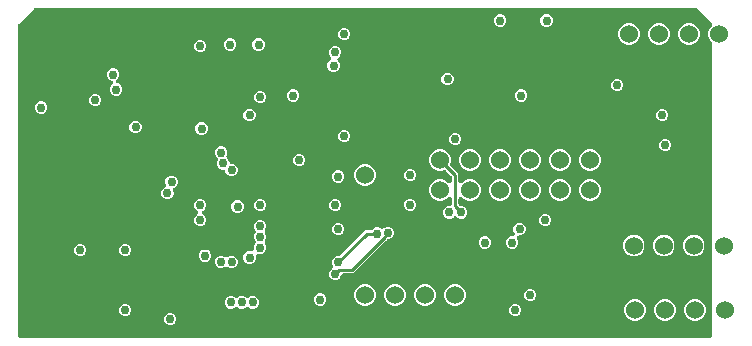
<source format=gbr>
G04 EAGLE Gerber RS-274X export*
G75*
%MOMM*%
%FSLAX34Y34*%
%LPD*%
%INCopper Layer 15*%
%IPPOS*%
%AMOC8*
5,1,8,0,0,1.08239X$1,22.5*%
G01*
%ADD10C,1.524000*%
%ADD11C,0.756400*%
%ADD12C,0.254000*%

G36*
X596966Y2008D02*
X596966Y2008D01*
X597033Y2005D01*
X597160Y2027D01*
X597288Y2041D01*
X597351Y2061D01*
X597417Y2072D01*
X597536Y2120D01*
X597659Y2159D01*
X597717Y2191D01*
X597779Y2216D01*
X597886Y2287D01*
X597999Y2350D01*
X598049Y2394D01*
X598105Y2430D01*
X598196Y2521D01*
X598293Y2606D01*
X598333Y2659D01*
X598380Y2706D01*
X598450Y2814D01*
X598528Y2917D01*
X598556Y2977D01*
X598593Y3033D01*
X598640Y3153D01*
X598695Y3269D01*
X598711Y3334D01*
X598735Y3396D01*
X598747Y3482D01*
X598787Y3648D01*
X598792Y3818D01*
X598804Y3905D01*
X598804Y251074D01*
X598794Y251173D01*
X598794Y251273D01*
X598774Y251367D01*
X598764Y251462D01*
X598734Y251557D01*
X598714Y251654D01*
X598675Y251742D01*
X598646Y251834D01*
X598598Y251920D01*
X598558Y252012D01*
X598513Y252070D01*
X598455Y252173D01*
X598297Y252354D01*
X598247Y252421D01*
X596767Y253900D01*
X595375Y257261D01*
X595375Y260899D01*
X596767Y264260D01*
X598054Y265546D01*
X598096Y265598D01*
X598144Y265643D01*
X598218Y265749D01*
X598300Y265849D01*
X598330Y265908D01*
X598368Y265962D01*
X598420Y266080D01*
X598479Y266195D01*
X598497Y266259D01*
X598523Y266320D01*
X598549Y266446D01*
X598584Y266570D01*
X598588Y266637D01*
X598602Y266702D01*
X598602Y266831D01*
X598610Y266959D01*
X598601Y267025D01*
X598601Y267091D01*
X598575Y267218D01*
X598557Y267345D01*
X598535Y267408D01*
X598521Y267473D01*
X598469Y267591D01*
X598426Y267712D01*
X598391Y267769D01*
X598365Y267830D01*
X598312Y267900D01*
X598223Y268045D01*
X598107Y268170D01*
X598054Y268239D01*
X585547Y280747D01*
X585469Y280809D01*
X585399Y280880D01*
X585318Y280932D01*
X585244Y280992D01*
X585156Y281038D01*
X585072Y281093D01*
X584983Y281128D01*
X584898Y281172D01*
X584802Y281199D01*
X584709Y281235D01*
X584637Y281245D01*
X584523Y281277D01*
X584283Y281293D01*
X584200Y281304D01*
X25400Y281304D01*
X25301Y281294D01*
X25201Y281294D01*
X25107Y281274D01*
X25012Y281264D01*
X24917Y281234D01*
X24820Y281214D01*
X24732Y281175D01*
X24641Y281146D01*
X24554Y281097D01*
X24463Y281058D01*
X24405Y281013D01*
X24301Y280955D01*
X24120Y280797D01*
X24054Y280747D01*
X11354Y268047D01*
X11309Y267991D01*
X11307Y267990D01*
X11303Y267984D01*
X11291Y267969D01*
X11220Y267899D01*
X11168Y267818D01*
X11108Y267744D01*
X11078Y267688D01*
X11072Y267680D01*
X11058Y267651D01*
X11007Y267572D01*
X10972Y267483D01*
X10928Y267398D01*
X10914Y267345D01*
X10905Y267327D01*
X10895Y267285D01*
X10865Y267209D01*
X10855Y267137D01*
X10823Y267023D01*
X10820Y266978D01*
X10813Y266949D01*
X10808Y266803D01*
X10807Y266783D01*
X10796Y266700D01*
X10796Y3905D01*
X10803Y3839D01*
X10800Y3772D01*
X10822Y3645D01*
X10836Y3517D01*
X10856Y3454D01*
X10867Y3388D01*
X10915Y3269D01*
X10954Y3146D01*
X10986Y3088D01*
X11011Y3026D01*
X11082Y2919D01*
X11145Y2806D01*
X11189Y2756D01*
X11225Y2700D01*
X11316Y2609D01*
X11401Y2512D01*
X11454Y2472D01*
X11501Y2425D01*
X11609Y2355D01*
X11712Y2277D01*
X11772Y2249D01*
X11828Y2212D01*
X11948Y2165D01*
X12064Y2110D01*
X12129Y2094D01*
X12191Y2070D01*
X12277Y2058D01*
X12443Y2018D01*
X12613Y2013D01*
X12700Y2001D01*
X596900Y2001D01*
X596966Y2008D01*
G37*
%LPC*%
G36*
X374864Y102869D02*
X374864Y102869D01*
X372914Y103677D01*
X371421Y105170D01*
X370613Y107120D01*
X370613Y109232D01*
X371421Y111182D01*
X372914Y112675D01*
X374864Y113483D01*
X376301Y113483D01*
X376367Y113490D01*
X376434Y113487D01*
X376561Y113509D01*
X376689Y113523D01*
X376752Y113543D01*
X376818Y113554D01*
X376937Y113602D01*
X377060Y113641D01*
X377118Y113673D01*
X377180Y113698D01*
X377287Y113769D01*
X377400Y113832D01*
X377450Y113876D01*
X377506Y113912D01*
X377597Y114003D01*
X377694Y114088D01*
X377734Y114141D01*
X377781Y114188D01*
X377851Y114296D01*
X377929Y114399D01*
X377957Y114459D01*
X377994Y114515D01*
X378041Y114635D01*
X378096Y114751D01*
X378112Y114816D01*
X378136Y114878D01*
X378148Y114964D01*
X378188Y115130D01*
X378193Y115300D01*
X378205Y115387D01*
X378205Y119375D01*
X378202Y119409D01*
X378204Y119442D01*
X378182Y119602D01*
X378165Y119763D01*
X378155Y119795D01*
X378151Y119828D01*
X378096Y119980D01*
X378047Y120135D01*
X378031Y120164D01*
X378020Y120195D01*
X377935Y120333D01*
X377856Y120474D01*
X377834Y120499D01*
X377817Y120528D01*
X377706Y120646D01*
X377600Y120768D01*
X377573Y120788D01*
X377551Y120812D01*
X377418Y120905D01*
X377289Y121003D01*
X377259Y121018D01*
X377232Y121037D01*
X377083Y121101D01*
X376937Y121170D01*
X376905Y121178D01*
X376874Y121191D01*
X376715Y121224D01*
X376558Y121262D01*
X376525Y121263D01*
X376492Y121270D01*
X376330Y121270D01*
X376168Y121275D01*
X376136Y121269D01*
X376102Y121269D01*
X375944Y121236D01*
X375784Y121208D01*
X375754Y121196D01*
X375721Y121189D01*
X375572Y121124D01*
X375422Y121065D01*
X375394Y121046D01*
X375364Y121033D01*
X375297Y120982D01*
X375097Y120850D01*
X375013Y120766D01*
X374954Y120722D01*
X373480Y119247D01*
X370119Y117855D01*
X366481Y117855D01*
X363120Y119247D01*
X360547Y121820D01*
X359155Y125181D01*
X359155Y128819D01*
X360547Y132180D01*
X363120Y134753D01*
X366481Y136145D01*
X370119Y136145D01*
X373480Y134753D01*
X374954Y133278D01*
X374980Y133257D01*
X375002Y133232D01*
X375131Y133134D01*
X375257Y133032D01*
X375286Y133017D01*
X375313Y132997D01*
X375459Y132927D01*
X375603Y132853D01*
X375635Y132844D01*
X375665Y132830D01*
X375822Y132792D01*
X375978Y132748D01*
X376012Y132746D01*
X376044Y132738D01*
X376206Y132732D01*
X376367Y132722D01*
X376400Y132726D01*
X376434Y132725D01*
X376593Y132753D01*
X376753Y132775D01*
X376785Y132786D01*
X376818Y132792D01*
X376968Y132851D01*
X377121Y132906D01*
X377149Y132923D01*
X377180Y132935D01*
X377315Y133024D01*
X377453Y133109D01*
X377478Y133131D01*
X377506Y133150D01*
X377620Y133265D01*
X377738Y133375D01*
X377757Y133402D01*
X377781Y133426D01*
X377869Y133562D01*
X377962Y133694D01*
X377976Y133724D01*
X377994Y133752D01*
X378053Y133903D01*
X378117Y134052D01*
X378124Y134084D01*
X378136Y134115D01*
X378147Y134198D01*
X378196Y134433D01*
X378195Y134552D01*
X378205Y134625D01*
X378205Y137754D01*
X378195Y137853D01*
X378195Y137952D01*
X378175Y138046D01*
X378165Y138141D01*
X378135Y138236D01*
X378115Y138334D01*
X378076Y138421D01*
X378047Y138513D01*
X377998Y138600D01*
X377959Y138691D01*
X377915Y138749D01*
X377856Y138853D01*
X377698Y139034D01*
X377648Y139100D01*
X373404Y143344D01*
X373340Y143396D01*
X373282Y143456D01*
X373189Y143519D01*
X373102Y143590D01*
X373028Y143628D01*
X372959Y143674D01*
X372855Y143717D01*
X372756Y143769D01*
X372676Y143791D01*
X372599Y143823D01*
X372488Y143844D01*
X372380Y143874D01*
X372297Y143879D01*
X372216Y143895D01*
X372103Y143893D01*
X371991Y143900D01*
X371909Y143889D01*
X371826Y143887D01*
X371747Y143866D01*
X371605Y143847D01*
X371415Y143779D01*
X371329Y143756D01*
X370119Y143255D01*
X366481Y143255D01*
X363120Y144647D01*
X360547Y147220D01*
X359155Y150581D01*
X359155Y154219D01*
X360547Y157580D01*
X363120Y160153D01*
X366481Y161545D01*
X370119Y161545D01*
X373480Y160153D01*
X376053Y157580D01*
X377445Y154219D01*
X377445Y150581D01*
X376944Y149371D01*
X376920Y149292D01*
X376887Y149215D01*
X376864Y149105D01*
X376832Y148998D01*
X376825Y148915D01*
X376808Y148834D01*
X376808Y148721D01*
X376799Y148609D01*
X376809Y148527D01*
X376809Y148444D01*
X376832Y148334D01*
X376846Y148222D01*
X376872Y148144D01*
X376889Y148062D01*
X376934Y147959D01*
X376970Y147853D01*
X377012Y147781D01*
X377045Y147705D01*
X377095Y147640D01*
X377167Y147517D01*
X377219Y147459D01*
X377242Y147423D01*
X377312Y147354D01*
X377356Y147296D01*
X383795Y140858D01*
X383795Y134625D01*
X383798Y134591D01*
X383796Y134558D01*
X383818Y134398D01*
X383835Y134237D01*
X383845Y134205D01*
X383849Y134172D01*
X383904Y134020D01*
X383953Y133865D01*
X383969Y133836D01*
X383980Y133805D01*
X384065Y133667D01*
X384144Y133526D01*
X384166Y133501D01*
X384183Y133472D01*
X384294Y133354D01*
X384400Y133232D01*
X384427Y133212D01*
X384449Y133188D01*
X384582Y133095D01*
X384711Y132997D01*
X384741Y132982D01*
X384768Y132963D01*
X384917Y132899D01*
X385063Y132830D01*
X385095Y132822D01*
X385126Y132809D01*
X385285Y132776D01*
X385442Y132738D01*
X385475Y132737D01*
X385508Y132730D01*
X385670Y132730D01*
X385832Y132725D01*
X385864Y132731D01*
X385898Y132731D01*
X386056Y132764D01*
X386216Y132792D01*
X386246Y132804D01*
X386279Y132811D01*
X386428Y132876D01*
X386578Y132935D01*
X386606Y132954D01*
X386636Y132967D01*
X386703Y133018D01*
X386903Y133150D01*
X386987Y133234D01*
X387046Y133278D01*
X388520Y134753D01*
X391881Y136145D01*
X395519Y136145D01*
X398880Y134753D01*
X401453Y132180D01*
X402845Y128819D01*
X402845Y125181D01*
X401453Y121820D01*
X398880Y119247D01*
X395519Y117855D01*
X391881Y117855D01*
X388520Y119247D01*
X387046Y120722D01*
X387020Y120743D01*
X386998Y120768D01*
X386869Y120866D01*
X386743Y120968D01*
X386714Y120983D01*
X386687Y121003D01*
X386541Y121073D01*
X386397Y121147D01*
X386365Y121156D01*
X386335Y121170D01*
X386178Y121208D01*
X386022Y121252D01*
X385988Y121254D01*
X385956Y121262D01*
X385794Y121268D01*
X385633Y121278D01*
X385600Y121274D01*
X385566Y121275D01*
X385407Y121247D01*
X385247Y121225D01*
X385215Y121214D01*
X385182Y121208D01*
X385032Y121149D01*
X384879Y121094D01*
X384851Y121077D01*
X384820Y121065D01*
X384685Y120976D01*
X384547Y120891D01*
X384522Y120869D01*
X384494Y120850D01*
X384380Y120735D01*
X384262Y120625D01*
X384243Y120598D01*
X384219Y120574D01*
X384131Y120438D01*
X384038Y120306D01*
X384024Y120276D01*
X384006Y120248D01*
X383947Y120097D01*
X383883Y119948D01*
X383876Y119916D01*
X383864Y119885D01*
X383853Y119802D01*
X383804Y119567D01*
X383805Y119448D01*
X383795Y119375D01*
X383795Y115387D01*
X383802Y115321D01*
X383799Y115254D01*
X383821Y115127D01*
X383835Y114999D01*
X383855Y114936D01*
X383866Y114870D01*
X383914Y114751D01*
X383953Y114628D01*
X383985Y114570D01*
X384010Y114508D01*
X384081Y114401D01*
X384144Y114288D01*
X384188Y114238D01*
X384224Y114182D01*
X384315Y114091D01*
X384400Y113994D01*
X384453Y113954D01*
X384500Y113907D01*
X384608Y113837D01*
X384711Y113759D01*
X384771Y113731D01*
X384827Y113694D01*
X384947Y113647D01*
X385063Y113592D01*
X385128Y113576D01*
X385190Y113552D01*
X385276Y113540D01*
X385442Y113500D01*
X385612Y113495D01*
X385699Y113483D01*
X387136Y113483D01*
X389086Y112675D01*
X390579Y111182D01*
X391387Y109232D01*
X391387Y107120D01*
X390579Y105170D01*
X389086Y103677D01*
X387136Y102869D01*
X385024Y102869D01*
X383074Y103677D01*
X382347Y104405D01*
X382295Y104447D01*
X382250Y104495D01*
X382144Y104569D01*
X382044Y104651D01*
X381985Y104681D01*
X381931Y104719D01*
X381813Y104771D01*
X381698Y104830D01*
X381634Y104848D01*
X381573Y104874D01*
X381447Y104900D01*
X381323Y104935D01*
X381256Y104939D01*
X381191Y104953D01*
X381062Y104953D01*
X380934Y104961D01*
X380868Y104952D01*
X380801Y104952D01*
X380675Y104925D01*
X380548Y104908D01*
X380485Y104886D01*
X380420Y104872D01*
X380302Y104820D01*
X380180Y104777D01*
X380124Y104742D01*
X380063Y104716D01*
X379993Y104663D01*
X379848Y104574D01*
X379723Y104458D01*
X379654Y104405D01*
X378926Y103677D01*
X376976Y102869D01*
X374864Y102869D01*
G37*
%LPD*%
%LPC*%
G36*
X278344Y50573D02*
X278344Y50573D01*
X276394Y51381D01*
X274901Y52874D01*
X274093Y54824D01*
X274093Y56936D01*
X274901Y58886D01*
X276394Y60379D01*
X276467Y60409D01*
X276526Y60441D01*
X276588Y60464D01*
X276697Y60533D01*
X276810Y60594D01*
X276861Y60637D01*
X276917Y60673D01*
X277010Y60762D01*
X277108Y60846D01*
X277149Y60898D01*
X277197Y60944D01*
X277269Y61051D01*
X277349Y61152D01*
X277379Y61212D01*
X277416Y61267D01*
X277465Y61386D01*
X277522Y61501D01*
X277539Y61566D01*
X277564Y61627D01*
X277588Y61754D01*
X277621Y61879D01*
X277624Y61945D01*
X277636Y62010D01*
X277634Y62139D01*
X277640Y62268D01*
X277630Y62334D01*
X277629Y62400D01*
X277606Y62485D01*
X277580Y62653D01*
X277520Y62812D01*
X277498Y62897D01*
X276633Y64984D01*
X276633Y67096D01*
X277441Y69046D01*
X278934Y70539D01*
X280884Y71347D01*
X282506Y71347D01*
X282605Y71357D01*
X282704Y71357D01*
X282798Y71377D01*
X282893Y71387D01*
X282988Y71417D01*
X283086Y71437D01*
X283173Y71476D01*
X283265Y71505D01*
X283352Y71554D01*
X283443Y71593D01*
X283501Y71638D01*
X283605Y71696D01*
X283786Y71854D01*
X283852Y71904D01*
X304912Y92965D01*
X309461Y92965D01*
X309560Y92975D01*
X309660Y92975D01*
X309754Y92995D01*
X309849Y93005D01*
X309944Y93035D01*
X310041Y93055D01*
X310129Y93094D01*
X310220Y93123D01*
X310307Y93172D01*
X310398Y93211D01*
X310456Y93256D01*
X310560Y93314D01*
X310741Y93472D01*
X310808Y93522D01*
X311954Y94669D01*
X313904Y95477D01*
X316016Y95477D01*
X318004Y94653D01*
X318056Y94617D01*
X318156Y94535D01*
X318215Y94505D01*
X318269Y94467D01*
X318387Y94415D01*
X318502Y94356D01*
X318566Y94338D01*
X318627Y94312D01*
X318753Y94286D01*
X318877Y94251D01*
X318944Y94247D01*
X319009Y94233D01*
X319138Y94233D01*
X319266Y94225D01*
X319332Y94234D01*
X319399Y94234D01*
X319525Y94260D01*
X319652Y94278D01*
X319715Y94300D01*
X319780Y94314D01*
X319898Y94366D01*
X320019Y94409D01*
X320076Y94444D01*
X320137Y94470D01*
X320207Y94523D01*
X320352Y94612D01*
X320477Y94728D01*
X320547Y94781D01*
X321042Y95277D01*
X322992Y96085D01*
X325104Y96085D01*
X327054Y95277D01*
X328547Y93784D01*
X329355Y91833D01*
X329355Y89722D01*
X328547Y87772D01*
X327054Y86279D01*
X325104Y85471D01*
X324302Y85471D01*
X324203Y85461D01*
X324104Y85461D01*
X324010Y85441D01*
X323914Y85431D01*
X323820Y85401D01*
X323722Y85381D01*
X323634Y85342D01*
X323543Y85313D01*
X323456Y85264D01*
X323365Y85225D01*
X323307Y85180D01*
X323203Y85122D01*
X323022Y84964D01*
X322956Y84913D01*
X322136Y84094D01*
X294712Y56669D01*
X286611Y56669D01*
X286545Y56662D01*
X286478Y56665D01*
X286351Y56643D01*
X286223Y56629D01*
X286160Y56609D01*
X286094Y56598D01*
X285975Y56550D01*
X285852Y56511D01*
X285794Y56479D01*
X285732Y56454D01*
X285625Y56383D01*
X285512Y56320D01*
X285462Y56276D01*
X285406Y56240D01*
X285315Y56149D01*
X285218Y56064D01*
X285178Y56011D01*
X285131Y55964D01*
X285061Y55856D01*
X284983Y55753D01*
X284955Y55693D01*
X284918Y55637D01*
X284871Y55517D01*
X284816Y55401D01*
X284800Y55336D01*
X284776Y55274D01*
X284764Y55188D01*
X284724Y55022D01*
X284719Y54853D01*
X283899Y52874D01*
X282406Y51381D01*
X280456Y50573D01*
X278344Y50573D01*
G37*
%LPD*%
%LPC*%
G36*
X205954Y64543D02*
X205954Y64543D01*
X204004Y65351D01*
X202511Y66844D01*
X201703Y68794D01*
X201703Y70906D01*
X202511Y72856D01*
X204004Y74349D01*
X205954Y75157D01*
X208086Y75157D01*
X208194Y75130D01*
X208334Y75089D01*
X208383Y75085D01*
X208432Y75073D01*
X208577Y75068D01*
X208722Y75056D01*
X208772Y75062D01*
X208822Y75060D01*
X208964Y75085D01*
X209109Y75102D01*
X209156Y75118D01*
X209206Y75127D01*
X209341Y75180D01*
X209478Y75227D01*
X209522Y75252D01*
X209568Y75270D01*
X209689Y75350D01*
X209815Y75424D01*
X209852Y75457D01*
X209894Y75485D01*
X209996Y75588D01*
X210104Y75685D01*
X210133Y75725D01*
X210169Y75761D01*
X210248Y75883D01*
X210334Y76000D01*
X210354Y76045D01*
X210382Y76087D01*
X210435Y76222D01*
X210495Y76355D01*
X210506Y76404D01*
X210524Y76450D01*
X210536Y76539D01*
X210580Y76735D01*
X210582Y76879D01*
X210593Y76960D01*
X210593Y79400D01*
X211401Y81350D01*
X211593Y81541D01*
X211635Y81593D01*
X211683Y81638D01*
X211757Y81744D01*
X211839Y81844D01*
X211869Y81903D01*
X211907Y81957D01*
X211959Y82076D01*
X212018Y82190D01*
X212036Y82254D01*
X212062Y82315D01*
X212088Y82441D01*
X212123Y82565D01*
X212127Y82632D01*
X212141Y82697D01*
X212141Y82826D01*
X212149Y82954D01*
X212140Y83020D01*
X212140Y83087D01*
X212114Y83213D01*
X212096Y83340D01*
X212074Y83403D01*
X212060Y83468D01*
X212008Y83586D01*
X211965Y83708D01*
X211930Y83764D01*
X211904Y83825D01*
X211851Y83895D01*
X211762Y84040D01*
X211646Y84165D01*
X211593Y84234D01*
X211401Y84426D01*
X210593Y86376D01*
X210593Y88488D01*
X211401Y90438D01*
X211593Y90629D01*
X211635Y90681D01*
X211683Y90726D01*
X211757Y90832D01*
X211839Y90932D01*
X211869Y90991D01*
X211907Y91045D01*
X211959Y91164D01*
X212018Y91278D01*
X212036Y91342D01*
X212062Y91403D01*
X212088Y91529D01*
X212123Y91653D01*
X212127Y91720D01*
X212141Y91785D01*
X212141Y91914D01*
X212149Y92042D01*
X212140Y92108D01*
X212140Y92175D01*
X212114Y92301D01*
X212096Y92428D01*
X212074Y92491D01*
X212060Y92556D01*
X212008Y92674D01*
X211965Y92796D01*
X211930Y92852D01*
X211904Y92913D01*
X211851Y92983D01*
X211762Y93128D01*
X211646Y93253D01*
X211593Y93322D01*
X211401Y93514D01*
X210593Y95464D01*
X210593Y97576D01*
X211401Y99526D01*
X212894Y101019D01*
X214844Y101827D01*
X216956Y101827D01*
X218906Y101019D01*
X220399Y99526D01*
X221207Y97576D01*
X221207Y95464D01*
X220399Y93514D01*
X220207Y93322D01*
X220165Y93271D01*
X220117Y93225D01*
X220043Y93120D01*
X219961Y93020D01*
X219931Y92961D01*
X219893Y92907D01*
X219841Y92788D01*
X219782Y92674D01*
X219764Y92610D01*
X219738Y92549D01*
X219712Y92423D01*
X219677Y92299D01*
X219673Y92232D01*
X219659Y92167D01*
X219659Y92038D01*
X219651Y91910D01*
X219660Y91844D01*
X219660Y91777D01*
X219687Y91651D01*
X219704Y91524D01*
X219726Y91461D01*
X219740Y91396D01*
X219792Y91278D01*
X219835Y91156D01*
X219870Y91100D01*
X219896Y91039D01*
X219949Y90969D01*
X220038Y90824D01*
X220154Y90699D01*
X220207Y90629D01*
X220399Y90438D01*
X221207Y88488D01*
X221207Y86376D01*
X220399Y84426D01*
X220207Y84234D01*
X220165Y84183D01*
X220117Y84137D01*
X220043Y84032D01*
X219961Y83932D01*
X219931Y83873D01*
X219893Y83819D01*
X219841Y83700D01*
X219782Y83586D01*
X219764Y83522D01*
X219738Y83461D01*
X219712Y83335D01*
X219677Y83211D01*
X219673Y83144D01*
X219659Y83079D01*
X219659Y82950D01*
X219651Y82822D01*
X219660Y82756D01*
X219660Y82689D01*
X219686Y82563D01*
X219704Y82436D01*
X219726Y82373D01*
X219740Y82308D01*
X219792Y82190D01*
X219835Y82068D01*
X219870Y82012D01*
X219896Y81951D01*
X219949Y81881D01*
X220038Y81736D01*
X220154Y81611D01*
X220207Y81541D01*
X220399Y81350D01*
X221207Y79400D01*
X221207Y77288D01*
X220399Y75338D01*
X218906Y73845D01*
X216956Y73037D01*
X214824Y73037D01*
X214716Y73064D01*
X214576Y73105D01*
X214527Y73109D01*
X214478Y73121D01*
X214333Y73126D01*
X214188Y73138D01*
X214138Y73132D01*
X214088Y73134D01*
X213945Y73109D01*
X213801Y73092D01*
X213754Y73076D01*
X213704Y73067D01*
X213569Y73014D01*
X213431Y72967D01*
X213388Y72942D01*
X213342Y72924D01*
X213221Y72844D01*
X213095Y72770D01*
X213058Y72737D01*
X213016Y72709D01*
X212914Y72606D01*
X212806Y72509D01*
X212777Y72468D01*
X212741Y72433D01*
X212662Y72311D01*
X212576Y72194D01*
X212556Y72148D01*
X212528Y72107D01*
X212475Y71971D01*
X212415Y71839D01*
X212404Y71790D01*
X212386Y71744D01*
X212374Y71655D01*
X212330Y71459D01*
X212328Y71315D01*
X212317Y71234D01*
X212317Y68794D01*
X211509Y66844D01*
X210016Y65351D01*
X208066Y64543D01*
X205954Y64543D01*
G37*
%LPD*%
%LPC*%
G36*
X493481Y143255D02*
X493481Y143255D01*
X490120Y144647D01*
X487547Y147220D01*
X486155Y150581D01*
X486155Y154219D01*
X487547Y157580D01*
X490120Y160153D01*
X493481Y161545D01*
X497119Y161545D01*
X500480Y160153D01*
X503053Y157580D01*
X504445Y154219D01*
X504445Y150581D01*
X503053Y147220D01*
X500480Y144647D01*
X497119Y143255D01*
X493481Y143255D01*
G37*
%LPD*%
%LPC*%
G36*
X417281Y117855D02*
X417281Y117855D01*
X413920Y119247D01*
X411347Y121820D01*
X409955Y125181D01*
X409955Y128819D01*
X411347Y132180D01*
X413920Y134753D01*
X417281Y136145D01*
X420919Y136145D01*
X424280Y134753D01*
X426853Y132180D01*
X428245Y128819D01*
X428245Y125181D01*
X426853Y121820D01*
X424280Y119247D01*
X420919Y117855D01*
X417281Y117855D01*
G37*
%LPD*%
%LPC*%
G36*
X442681Y117855D02*
X442681Y117855D01*
X439320Y119247D01*
X436747Y121820D01*
X435355Y125181D01*
X435355Y128819D01*
X436747Y132180D01*
X439320Y134753D01*
X442681Y136145D01*
X446319Y136145D01*
X449680Y134753D01*
X452253Y132180D01*
X453645Y128819D01*
X453645Y125181D01*
X452253Y121820D01*
X449680Y119247D01*
X446319Y117855D01*
X442681Y117855D01*
G37*
%LPD*%
%LPC*%
G36*
X468081Y117855D02*
X468081Y117855D01*
X464720Y119247D01*
X462147Y121820D01*
X460755Y125181D01*
X460755Y128819D01*
X462147Y132180D01*
X464720Y134753D01*
X468081Y136145D01*
X471719Y136145D01*
X475080Y134753D01*
X477653Y132180D01*
X479045Y128819D01*
X479045Y125181D01*
X477653Y121820D01*
X475080Y119247D01*
X471719Y117855D01*
X468081Y117855D01*
G37*
%LPD*%
%LPC*%
G36*
X493481Y117855D02*
X493481Y117855D01*
X490120Y119247D01*
X487547Y121820D01*
X486155Y125181D01*
X486155Y128819D01*
X487547Y132180D01*
X490120Y134753D01*
X493481Y136145D01*
X497119Y136145D01*
X500480Y134753D01*
X503053Y132180D01*
X504445Y128819D01*
X504445Y125181D01*
X503053Y121820D01*
X500480Y119247D01*
X497119Y117855D01*
X493481Y117855D01*
G37*
%LPD*%
%LPC*%
G36*
X555711Y70865D02*
X555711Y70865D01*
X552350Y72257D01*
X549777Y74830D01*
X548385Y78191D01*
X548385Y81829D01*
X549777Y85190D01*
X552350Y87763D01*
X555711Y89155D01*
X559349Y89155D01*
X562710Y87763D01*
X565283Y85190D01*
X566675Y81829D01*
X566675Y78191D01*
X565283Y74830D01*
X562710Y72257D01*
X559349Y70865D01*
X555711Y70865D01*
G37*
%LPD*%
%LPC*%
G36*
X530311Y70865D02*
X530311Y70865D01*
X526950Y72257D01*
X524377Y74830D01*
X522985Y78191D01*
X522985Y81829D01*
X524377Y85190D01*
X526950Y87763D01*
X530311Y89155D01*
X533949Y89155D01*
X537310Y87763D01*
X539883Y85190D01*
X541275Y81829D01*
X541275Y78191D01*
X539883Y74830D01*
X537310Y72257D01*
X533949Y70865D01*
X530311Y70865D01*
G37*
%LPD*%
%LPC*%
G36*
X379181Y28955D02*
X379181Y28955D01*
X375820Y30347D01*
X373247Y32920D01*
X371855Y36281D01*
X371855Y39919D01*
X373247Y43280D01*
X375820Y45853D01*
X379181Y47245D01*
X382819Y47245D01*
X386180Y45853D01*
X388753Y43280D01*
X390145Y39919D01*
X390145Y36281D01*
X388753Y32920D01*
X386180Y30347D01*
X382819Y28955D01*
X379181Y28955D01*
G37*
%LPD*%
%LPC*%
G36*
X468081Y143255D02*
X468081Y143255D01*
X464720Y144647D01*
X462147Y147220D01*
X460755Y150581D01*
X460755Y154219D01*
X462147Y157580D01*
X464720Y160153D01*
X468081Y161545D01*
X471719Y161545D01*
X475080Y160153D01*
X477653Y157580D01*
X479045Y154219D01*
X479045Y150581D01*
X477653Y147220D01*
X475080Y144647D01*
X471719Y143255D01*
X468081Y143255D01*
G37*
%LPD*%
%LPC*%
G36*
X442681Y143255D02*
X442681Y143255D01*
X439320Y144647D01*
X436747Y147220D01*
X435355Y150581D01*
X435355Y154219D01*
X436747Y157580D01*
X439320Y160153D01*
X442681Y161545D01*
X446319Y161545D01*
X449680Y160153D01*
X452253Y157580D01*
X453645Y154219D01*
X453645Y150581D01*
X452253Y147220D01*
X449680Y144647D01*
X446319Y143255D01*
X442681Y143255D01*
G37*
%LPD*%
%LPC*%
G36*
X417281Y143255D02*
X417281Y143255D01*
X413920Y144647D01*
X411347Y147220D01*
X409955Y150581D01*
X409955Y154219D01*
X411347Y157580D01*
X413920Y160153D01*
X417281Y161545D01*
X420919Y161545D01*
X424280Y160153D01*
X426853Y157580D01*
X428245Y154219D01*
X428245Y150581D01*
X426853Y147220D01*
X424280Y144647D01*
X420919Y143255D01*
X417281Y143255D01*
G37*
%LPD*%
%LPC*%
G36*
X391881Y143255D02*
X391881Y143255D01*
X388520Y144647D01*
X385947Y147220D01*
X384555Y150581D01*
X384555Y154219D01*
X385947Y157580D01*
X388520Y160153D01*
X391881Y161545D01*
X395519Y161545D01*
X398880Y160153D01*
X401453Y157580D01*
X402845Y154219D01*
X402845Y150581D01*
X401453Y147220D01*
X398880Y144647D01*
X395519Y143255D01*
X391881Y143255D01*
G37*
%LPD*%
%LPC*%
G36*
X581111Y70865D02*
X581111Y70865D01*
X577750Y72257D01*
X575177Y74830D01*
X573785Y78191D01*
X573785Y81829D01*
X575177Y85190D01*
X577750Y87763D01*
X581111Y89155D01*
X584749Y89155D01*
X588110Y87763D01*
X590683Y85190D01*
X592075Y81829D01*
X592075Y78191D01*
X590683Y74830D01*
X588110Y72257D01*
X584749Y70865D01*
X581111Y70865D01*
G37*
%LPD*%
%LPC*%
G36*
X302981Y130555D02*
X302981Y130555D01*
X299620Y131947D01*
X297047Y134520D01*
X295655Y137881D01*
X295655Y141519D01*
X297047Y144880D01*
X299620Y147453D01*
X302981Y148845D01*
X306619Y148845D01*
X309980Y147453D01*
X312553Y144880D01*
X313945Y141519D01*
X313945Y137881D01*
X312553Y134520D01*
X309980Y131947D01*
X306619Y130555D01*
X302981Y130555D01*
G37*
%LPD*%
%LPC*%
G36*
X353781Y28955D02*
X353781Y28955D01*
X350420Y30347D01*
X347847Y32920D01*
X346455Y36281D01*
X346455Y39919D01*
X347847Y43280D01*
X350420Y45853D01*
X353781Y47245D01*
X357419Y47245D01*
X360780Y45853D01*
X363353Y43280D01*
X364745Y39919D01*
X364745Y36281D01*
X363353Y32920D01*
X360780Y30347D01*
X357419Y28955D01*
X353781Y28955D01*
G37*
%LPD*%
%LPC*%
G36*
X302981Y28955D02*
X302981Y28955D01*
X299620Y30347D01*
X297047Y32920D01*
X295655Y36281D01*
X295655Y39919D01*
X297047Y43280D01*
X299620Y45853D01*
X302981Y47245D01*
X306619Y47245D01*
X309980Y45853D01*
X312553Y43280D01*
X313945Y39919D01*
X313945Y36281D01*
X312553Y32920D01*
X309980Y30347D01*
X306619Y28955D01*
X302981Y28955D01*
G37*
%LPD*%
%LPC*%
G36*
X328381Y28955D02*
X328381Y28955D01*
X325020Y30347D01*
X322447Y32920D01*
X321055Y36281D01*
X321055Y39919D01*
X322447Y43280D01*
X325020Y45853D01*
X328381Y47245D01*
X332019Y47245D01*
X335380Y45853D01*
X337953Y43280D01*
X339345Y39919D01*
X339345Y36281D01*
X337953Y32920D01*
X335380Y30347D01*
X332019Y28955D01*
X328381Y28955D01*
G37*
%LPD*%
%LPC*%
G36*
X531581Y16255D02*
X531581Y16255D01*
X528220Y17647D01*
X525647Y20220D01*
X524255Y23581D01*
X524255Y27219D01*
X525647Y30580D01*
X528220Y33153D01*
X531581Y34545D01*
X535219Y34545D01*
X538580Y33153D01*
X541153Y30580D01*
X542545Y27219D01*
X542545Y23581D01*
X541153Y20220D01*
X538580Y17647D01*
X535219Y16255D01*
X531581Y16255D01*
G37*
%LPD*%
%LPC*%
G36*
X582381Y16255D02*
X582381Y16255D01*
X579020Y17647D01*
X576447Y20220D01*
X575055Y23581D01*
X575055Y27219D01*
X576447Y30580D01*
X579020Y33153D01*
X582381Y34545D01*
X586019Y34545D01*
X589380Y33153D01*
X591953Y30580D01*
X593345Y27219D01*
X593345Y23581D01*
X591953Y20220D01*
X589380Y17647D01*
X586019Y16255D01*
X582381Y16255D01*
G37*
%LPD*%
%LPC*%
G36*
X556981Y16255D02*
X556981Y16255D01*
X553620Y17647D01*
X551047Y20220D01*
X549655Y23581D01*
X549655Y27219D01*
X551047Y30580D01*
X553620Y33153D01*
X556981Y34545D01*
X560619Y34545D01*
X563980Y33153D01*
X566553Y30580D01*
X567945Y27219D01*
X567945Y23581D01*
X566553Y20220D01*
X563980Y17647D01*
X560619Y16255D01*
X556981Y16255D01*
G37*
%LPD*%
%LPC*%
G36*
X526501Y249935D02*
X526501Y249935D01*
X523140Y251327D01*
X520567Y253900D01*
X519175Y257261D01*
X519175Y260899D01*
X520567Y264260D01*
X523140Y266833D01*
X526501Y268225D01*
X530139Y268225D01*
X533500Y266833D01*
X536073Y264260D01*
X537465Y260899D01*
X537465Y257261D01*
X536073Y253900D01*
X533500Y251327D01*
X530139Y249935D01*
X526501Y249935D01*
G37*
%LPD*%
%LPC*%
G36*
X551901Y249935D02*
X551901Y249935D01*
X548540Y251327D01*
X545967Y253900D01*
X544575Y257261D01*
X544575Y260899D01*
X545967Y264260D01*
X548540Y266833D01*
X551901Y268225D01*
X555539Y268225D01*
X558900Y266833D01*
X561473Y264260D01*
X562865Y260899D01*
X562865Y257261D01*
X561473Y253900D01*
X558900Y251327D01*
X555539Y249935D01*
X551901Y249935D01*
G37*
%LPD*%
%LPC*%
G36*
X577301Y249935D02*
X577301Y249935D01*
X573940Y251327D01*
X571367Y253900D01*
X569975Y257261D01*
X569975Y260899D01*
X571367Y264260D01*
X573940Y266833D01*
X577301Y268225D01*
X580939Y268225D01*
X584300Y266833D01*
X586873Y264260D01*
X588265Y260899D01*
X588265Y257261D01*
X586873Y253900D01*
X584300Y251327D01*
X580939Y249935D01*
X577301Y249935D01*
G37*
%LPD*%
%LPC*%
G36*
X190672Y138654D02*
X190672Y138654D01*
X188721Y139462D01*
X187229Y140955D01*
X186307Y143180D01*
X186267Y143253D01*
X186237Y143330D01*
X186175Y143424D01*
X186122Y143523D01*
X186068Y143586D01*
X186023Y143656D01*
X185943Y143735D01*
X185871Y143821D01*
X185805Y143872D01*
X185746Y143931D01*
X185652Y143992D01*
X185564Y144061D01*
X185490Y144098D01*
X185420Y144144D01*
X185315Y144185D01*
X185215Y144235D01*
X185134Y144256D01*
X185057Y144286D01*
X184976Y144297D01*
X184838Y144333D01*
X184636Y144343D01*
X184548Y144355D01*
X183520Y144355D01*
X181570Y145163D01*
X180077Y146656D01*
X179269Y148606D01*
X179269Y150718D01*
X179994Y152468D01*
X180018Y152548D01*
X180051Y152624D01*
X180074Y152734D01*
X180106Y152842D01*
X180113Y152924D01*
X180130Y153006D01*
X180130Y153118D01*
X180139Y153230D01*
X180129Y153313D01*
X180129Y153396D01*
X180106Y153506D01*
X180092Y153617D01*
X180066Y153696D01*
X180049Y153777D01*
X180004Y153880D01*
X179968Y153987D01*
X179926Y154058D01*
X179893Y154134D01*
X179843Y154199D01*
X179771Y154323D01*
X179636Y154472D01*
X179582Y154544D01*
X178381Y155744D01*
X177573Y157694D01*
X177573Y159806D01*
X178381Y161756D01*
X179874Y163249D01*
X181824Y164057D01*
X183936Y164057D01*
X185886Y163249D01*
X187379Y161756D01*
X188187Y159806D01*
X188187Y157694D01*
X187462Y155944D01*
X187438Y155864D01*
X187405Y155788D01*
X187382Y155678D01*
X187350Y155570D01*
X187343Y155488D01*
X187326Y155406D01*
X187326Y155294D01*
X187317Y155182D01*
X187327Y155099D01*
X187327Y155016D01*
X187350Y154906D01*
X187364Y154795D01*
X187390Y154716D01*
X187407Y154635D01*
X187452Y154532D01*
X187488Y154425D01*
X187530Y154354D01*
X187563Y154278D01*
X187613Y154213D01*
X187685Y154089D01*
X187820Y153940D01*
X187874Y153869D01*
X189075Y152668D01*
X189996Y150443D01*
X190036Y150370D01*
X190066Y150293D01*
X190128Y150199D01*
X190182Y150100D01*
X190235Y150037D01*
X190281Y149967D01*
X190360Y149888D01*
X190433Y149802D01*
X190498Y149751D01*
X190557Y149692D01*
X190651Y149631D01*
X190739Y149562D01*
X190814Y149525D01*
X190883Y149479D01*
X190988Y149438D01*
X191089Y149388D01*
X191169Y149367D01*
X191246Y149337D01*
X191327Y149326D01*
X191466Y149290D01*
X191667Y149280D01*
X191756Y149268D01*
X192783Y149268D01*
X194733Y148460D01*
X196226Y146967D01*
X197034Y145017D01*
X197034Y142905D01*
X196226Y140955D01*
X194733Y139462D01*
X192783Y138654D01*
X190672Y138654D01*
G37*
%LPD*%
%LPC*%
G36*
X190107Y26669D02*
X190107Y26669D01*
X188156Y27477D01*
X186663Y28970D01*
X185855Y30920D01*
X185855Y33032D01*
X186663Y34982D01*
X188156Y36475D01*
X190107Y37283D01*
X192218Y37283D01*
X194168Y36475D01*
X194360Y36283D01*
X194411Y36241D01*
X194457Y36193D01*
X194562Y36119D01*
X194662Y36037D01*
X194721Y36007D01*
X194775Y35969D01*
X194894Y35917D01*
X195008Y35858D01*
X195072Y35840D01*
X195133Y35814D01*
X195259Y35788D01*
X195383Y35753D01*
X195450Y35749D01*
X195515Y35735D01*
X195644Y35735D01*
X195772Y35727D01*
X195838Y35736D01*
X195905Y35736D01*
X196031Y35762D01*
X196158Y35780D01*
X196221Y35802D01*
X196286Y35816D01*
X196404Y35868D01*
X196526Y35911D01*
X196582Y35946D01*
X196643Y35972D01*
X196713Y36025D01*
X196858Y36114D01*
X196983Y36230D01*
X197053Y36283D01*
X197244Y36475D01*
X199195Y37283D01*
X201306Y37283D01*
X203256Y36475D01*
X203554Y36177D01*
X203605Y36136D01*
X203651Y36087D01*
X203756Y36013D01*
X203856Y35931D01*
X203915Y35901D01*
X203969Y35863D01*
X204088Y35811D01*
X204202Y35752D01*
X204266Y35734D01*
X204327Y35708D01*
X204453Y35682D01*
X204577Y35647D01*
X204644Y35643D01*
X204709Y35629D01*
X204838Y35630D01*
X204966Y35621D01*
X205032Y35630D01*
X205099Y35630D01*
X205225Y35657D01*
X205352Y35674D01*
X205415Y35697D01*
X205480Y35710D01*
X205598Y35762D01*
X205720Y35805D01*
X205776Y35840D01*
X205837Y35866D01*
X205907Y35919D01*
X206052Y36008D01*
X206177Y36124D01*
X206247Y36177D01*
X206544Y36475D01*
X208494Y37283D01*
X210606Y37283D01*
X212556Y36475D01*
X214049Y34982D01*
X214857Y33032D01*
X214857Y30920D01*
X214049Y28970D01*
X212556Y27477D01*
X210606Y26669D01*
X208494Y26669D01*
X206544Y27477D01*
X206247Y27775D01*
X206195Y27816D01*
X206150Y27865D01*
X206044Y27939D01*
X205944Y28021D01*
X205885Y28051D01*
X205831Y28089D01*
X205712Y28141D01*
X205598Y28200D01*
X205534Y28218D01*
X205473Y28244D01*
X205347Y28270D01*
X205223Y28305D01*
X205156Y28309D01*
X205091Y28323D01*
X204962Y28322D01*
X204834Y28331D01*
X204768Y28322D01*
X204701Y28322D01*
X204575Y28295D01*
X204448Y28278D01*
X204385Y28255D01*
X204320Y28242D01*
X204202Y28190D01*
X204080Y28147D01*
X204024Y28112D01*
X203963Y28086D01*
X203893Y28033D01*
X203748Y27944D01*
X203623Y27828D01*
X203554Y27775D01*
X203256Y27477D01*
X201306Y26669D01*
X199195Y26669D01*
X197244Y27477D01*
X197053Y27669D01*
X197001Y27711D01*
X196956Y27759D01*
X196850Y27833D01*
X196750Y27915D01*
X196691Y27945D01*
X196637Y27983D01*
X196518Y28035D01*
X196404Y28094D01*
X196340Y28112D01*
X196279Y28138D01*
X196153Y28164D01*
X196029Y28199D01*
X195962Y28203D01*
X195897Y28217D01*
X195768Y28217D01*
X195640Y28225D01*
X195574Y28216D01*
X195507Y28216D01*
X195382Y28190D01*
X195254Y28172D01*
X195191Y28150D01*
X195126Y28136D01*
X195008Y28084D01*
X194887Y28041D01*
X194830Y28006D01*
X194769Y27980D01*
X194699Y27927D01*
X194554Y27838D01*
X194429Y27722D01*
X194360Y27669D01*
X194168Y27477D01*
X192218Y26669D01*
X190107Y26669D01*
G37*
%LPD*%
%LPC*%
G36*
X164044Y96293D02*
X164044Y96293D01*
X162094Y97101D01*
X160601Y98594D01*
X159793Y100544D01*
X159793Y102656D01*
X160601Y104606D01*
X162094Y106099D01*
X162316Y106191D01*
X162345Y106207D01*
X162377Y106217D01*
X162517Y106299D01*
X162659Y106376D01*
X162684Y106397D01*
X162713Y106414D01*
X162833Y106523D01*
X162957Y106627D01*
X162977Y106653D01*
X163002Y106676D01*
X163098Y106807D01*
X163198Y106934D01*
X163212Y106964D01*
X163232Y106991D01*
X163299Y107138D01*
X163371Y107283D01*
X163379Y107315D01*
X163393Y107346D01*
X163428Y107503D01*
X163469Y107660D01*
X163471Y107693D01*
X163478Y107726D01*
X163481Y107888D01*
X163489Y108049D01*
X163484Y108082D01*
X163484Y108116D01*
X163454Y108275D01*
X163429Y108435D01*
X163417Y108466D01*
X163411Y108499D01*
X163348Y108648D01*
X163291Y108799D01*
X163274Y108827D01*
X163261Y108858D01*
X163169Y108992D01*
X163083Y109129D01*
X163060Y109153D01*
X163041Y109180D01*
X162924Y109292D01*
X162811Y109408D01*
X162784Y109427D01*
X162760Y109450D01*
X162688Y109492D01*
X162489Y109627D01*
X162379Y109673D01*
X162316Y109709D01*
X162094Y109801D01*
X160601Y111294D01*
X159793Y113244D01*
X159793Y115356D01*
X160601Y117306D01*
X162094Y118799D01*
X164044Y119607D01*
X166156Y119607D01*
X168106Y118799D01*
X169599Y117306D01*
X170407Y115356D01*
X170407Y113244D01*
X169599Y111294D01*
X168106Y109801D01*
X167884Y109709D01*
X167855Y109693D01*
X167823Y109683D01*
X167684Y109601D01*
X167541Y109524D01*
X167516Y109503D01*
X167487Y109486D01*
X167367Y109377D01*
X167243Y109273D01*
X167223Y109247D01*
X167198Y109224D01*
X167102Y109093D01*
X167003Y108966D01*
X166988Y108937D01*
X166968Y108910D01*
X166901Y108762D01*
X166829Y108617D01*
X166821Y108585D01*
X166807Y108555D01*
X166772Y108397D01*
X166731Y108240D01*
X166729Y108207D01*
X166722Y108174D01*
X166719Y108012D01*
X166711Y107851D01*
X166716Y107818D01*
X166716Y107784D01*
X166746Y107626D01*
X166771Y107466D01*
X166783Y107434D01*
X166789Y107402D01*
X166851Y107253D01*
X166909Y107101D01*
X166926Y107072D01*
X166939Y107042D01*
X167030Y106908D01*
X167117Y106771D01*
X167140Y106748D01*
X167159Y106720D01*
X167276Y106608D01*
X167388Y106492D01*
X167416Y106473D01*
X167440Y106450D01*
X167512Y106408D01*
X167711Y106273D01*
X167821Y106228D01*
X167884Y106191D01*
X168106Y106099D01*
X169599Y104606D01*
X170407Y102656D01*
X170407Y100544D01*
X169599Y98594D01*
X168106Y97101D01*
X166156Y96293D01*
X164044Y96293D01*
G37*
%LPD*%
%LPC*%
G36*
X92924Y206783D02*
X92924Y206783D01*
X90974Y207591D01*
X89481Y209084D01*
X88673Y211034D01*
X88673Y213146D01*
X89481Y215096D01*
X90833Y216448D01*
X90864Y216486D01*
X90901Y216520D01*
X90987Y216637D01*
X91079Y216750D01*
X91102Y216794D01*
X91131Y216835D01*
X91191Y216967D01*
X91258Y217096D01*
X91271Y217144D01*
X91292Y217190D01*
X91324Y217331D01*
X91363Y217472D01*
X91366Y217521D01*
X91377Y217570D01*
X91380Y217715D01*
X91389Y217860D01*
X91383Y217910D01*
X91383Y217960D01*
X91356Y218103D01*
X91336Y218247D01*
X91319Y218294D01*
X91310Y218343D01*
X91254Y218477D01*
X91205Y218614D01*
X91179Y218656D01*
X91160Y218702D01*
X91078Y218822D01*
X91002Y218947D01*
X90968Y218983D01*
X90940Y219024D01*
X90835Y219125D01*
X90736Y219231D01*
X90695Y219260D01*
X90659Y219294D01*
X90582Y219339D01*
X90417Y219455D01*
X90286Y219512D01*
X90215Y219553D01*
X88434Y220291D01*
X86941Y221784D01*
X86133Y223734D01*
X86133Y225846D01*
X86941Y227796D01*
X88434Y229289D01*
X90384Y230097D01*
X92496Y230097D01*
X94446Y229289D01*
X95939Y227796D01*
X96747Y225846D01*
X96747Y223734D01*
X95939Y221784D01*
X94587Y220432D01*
X94561Y220400D01*
X94543Y220384D01*
X94537Y220377D01*
X94519Y220360D01*
X94433Y220243D01*
X94341Y220130D01*
X94322Y220092D01*
X94307Y220073D01*
X94304Y220066D01*
X94289Y220045D01*
X94229Y219913D01*
X94162Y219784D01*
X94150Y219742D01*
X94140Y219721D01*
X94138Y219714D01*
X94128Y219690D01*
X94096Y219549D01*
X94057Y219408D01*
X94054Y219366D01*
X94048Y219342D01*
X94048Y219334D01*
X94043Y219310D01*
X94040Y219165D01*
X94031Y219020D01*
X94036Y218978D01*
X94036Y218953D01*
X94037Y218944D01*
X94037Y218920D01*
X94064Y218777D01*
X94084Y218633D01*
X94098Y218594D01*
X94102Y218569D01*
X94106Y218560D01*
X94110Y218537D01*
X94166Y218403D01*
X94215Y218266D01*
X94236Y218232D01*
X94246Y218206D01*
X94252Y218198D01*
X94260Y218178D01*
X94342Y218058D01*
X94418Y217933D01*
X94444Y217905D01*
X94460Y217881D01*
X94469Y217872D01*
X94480Y217856D01*
X94585Y217755D01*
X94684Y217649D01*
X94714Y217628D01*
X94736Y217606D01*
X94748Y217598D01*
X94761Y217586D01*
X94820Y217551D01*
X94863Y217523D01*
X95003Y217425D01*
X95035Y217411D01*
X95063Y217393D01*
X95151Y217358D01*
X95205Y217327D01*
X96986Y216589D01*
X98479Y215096D01*
X99287Y213146D01*
X99287Y211034D01*
X98479Y209084D01*
X96986Y207591D01*
X95036Y206783D01*
X92924Y206783D01*
G37*
%LPD*%
%LPC*%
G36*
X428204Y77243D02*
X428204Y77243D01*
X426254Y78051D01*
X424761Y79544D01*
X423953Y81494D01*
X423953Y83606D01*
X424761Y85556D01*
X426254Y87049D01*
X428204Y87857D01*
X429631Y87857D01*
X429664Y87860D01*
X429698Y87858D01*
X429858Y87880D01*
X430019Y87897D01*
X430051Y87907D01*
X430084Y87911D01*
X430236Y87966D01*
X430390Y88015D01*
X430420Y88031D01*
X430451Y88042D01*
X430589Y88126D01*
X430730Y88206D01*
X430755Y88228D01*
X430784Y88245D01*
X430902Y88356D01*
X431024Y88462D01*
X431044Y88489D01*
X431068Y88512D01*
X431161Y88644D01*
X431259Y88773D01*
X431273Y88803D01*
X431293Y88830D01*
X431357Y88979D01*
X431426Y89125D01*
X431434Y89158D01*
X431447Y89188D01*
X431480Y89347D01*
X431518Y89504D01*
X431519Y89537D01*
X431526Y89570D01*
X431525Y89732D01*
X431531Y89894D01*
X431525Y89926D01*
X431525Y89960D01*
X431492Y90118D01*
X431464Y90278D01*
X431452Y90309D01*
X431445Y90341D01*
X431380Y90490D01*
X431320Y90640D01*
X431302Y90668D01*
X431289Y90698D01*
X431238Y90765D01*
X431129Y90930D01*
X430303Y92924D01*
X430303Y95036D01*
X431111Y96986D01*
X432604Y98479D01*
X434554Y99287D01*
X436666Y99287D01*
X438616Y98479D01*
X440109Y96986D01*
X440917Y95036D01*
X440917Y92924D01*
X440109Y90974D01*
X438616Y89481D01*
X436666Y88673D01*
X435239Y88673D01*
X435206Y88670D01*
X435172Y88672D01*
X435012Y88650D01*
X434851Y88633D01*
X434819Y88623D01*
X434786Y88619D01*
X434634Y88564D01*
X434480Y88515D01*
X434450Y88499D01*
X434419Y88488D01*
X434281Y88404D01*
X434140Y88324D01*
X434115Y88302D01*
X434086Y88285D01*
X433968Y88174D01*
X433846Y88068D01*
X433826Y88041D01*
X433802Y88018D01*
X433709Y87886D01*
X433611Y87757D01*
X433597Y87727D01*
X433577Y87700D01*
X433513Y87551D01*
X433444Y87405D01*
X433436Y87372D01*
X433423Y87342D01*
X433390Y87183D01*
X433352Y87026D01*
X433351Y86993D01*
X433344Y86960D01*
X433345Y86798D01*
X433339Y86636D01*
X433345Y86604D01*
X433345Y86570D01*
X433378Y86412D01*
X433406Y86252D01*
X433418Y86221D01*
X433425Y86189D01*
X433490Y86040D01*
X433550Y85890D01*
X433568Y85862D01*
X433581Y85832D01*
X433632Y85765D01*
X433741Y85600D01*
X434567Y83606D01*
X434567Y81494D01*
X433759Y79544D01*
X432266Y78051D01*
X430316Y77243D01*
X428204Y77243D01*
G37*
%LPD*%
%LPC*%
G36*
X277074Y227103D02*
X277074Y227103D01*
X275124Y227911D01*
X273631Y229404D01*
X272823Y231354D01*
X272823Y233466D01*
X273631Y235416D01*
X275128Y236913D01*
X275153Y236926D01*
X275200Y236943D01*
X275324Y237019D01*
X275452Y237088D01*
X275490Y237120D01*
X275533Y237146D01*
X275639Y237245D01*
X275750Y237339D01*
X275781Y237378D01*
X275817Y237412D01*
X275901Y237531D01*
X275991Y237646D01*
X276013Y237690D01*
X276042Y237731D01*
X276099Y237864D01*
X276164Y237995D01*
X276176Y238043D01*
X276196Y238089D01*
X276226Y238231D01*
X276262Y238372D01*
X276265Y238422D01*
X276275Y238471D01*
X276275Y238616D01*
X276282Y238761D01*
X276274Y238810D01*
X276274Y238861D01*
X276244Y239003D01*
X276222Y239146D01*
X276204Y239193D01*
X276194Y239242D01*
X276136Y239375D01*
X276085Y239511D01*
X276058Y239553D01*
X276038Y239599D01*
X275984Y239670D01*
X275876Y239840D01*
X275776Y239943D01*
X275727Y240008D01*
X274901Y240834D01*
X274093Y242784D01*
X274093Y244896D01*
X274901Y246846D01*
X276394Y248339D01*
X278344Y249147D01*
X280456Y249147D01*
X282406Y248339D01*
X283899Y246846D01*
X284707Y244896D01*
X284707Y242784D01*
X283899Y240834D01*
X282402Y239337D01*
X282377Y239324D01*
X282330Y239307D01*
X282206Y239231D01*
X282078Y239162D01*
X282040Y239130D01*
X281997Y239104D01*
X281891Y239005D01*
X281780Y238911D01*
X281749Y238872D01*
X281713Y238838D01*
X281629Y238719D01*
X281539Y238604D01*
X281517Y238560D01*
X281488Y238519D01*
X281431Y238386D01*
X281366Y238255D01*
X281354Y238207D01*
X281334Y238161D01*
X281304Y238019D01*
X281268Y237878D01*
X281265Y237828D01*
X281255Y237779D01*
X281255Y237634D01*
X281248Y237489D01*
X281256Y237440D01*
X281256Y237389D01*
X281286Y237247D01*
X281308Y237104D01*
X281326Y237057D01*
X281336Y237008D01*
X281394Y236875D01*
X281445Y236739D01*
X281472Y236697D01*
X281492Y236651D01*
X281546Y236580D01*
X281654Y236410D01*
X281754Y236307D01*
X281803Y236242D01*
X282629Y235416D01*
X283437Y233466D01*
X283437Y231354D01*
X282629Y229404D01*
X281136Y227911D01*
X279186Y227103D01*
X277074Y227103D01*
G37*
%LPD*%
%LPC*%
G36*
X136250Y119153D02*
X136250Y119153D01*
X134300Y119961D01*
X132807Y121454D01*
X131999Y123404D01*
X131999Y125516D01*
X132807Y127466D01*
X134300Y128959D01*
X135108Y129293D01*
X135166Y129325D01*
X135229Y129348D01*
X135337Y129417D01*
X135451Y129479D01*
X135502Y129522D01*
X135558Y129557D01*
X135650Y129647D01*
X135749Y129730D01*
X135790Y129782D01*
X135838Y129828D01*
X135910Y129935D01*
X135989Y130036D01*
X136019Y130096D01*
X136056Y130151D01*
X136105Y130270D01*
X136163Y130386D01*
X136179Y130450D01*
X136205Y130511D01*
X136229Y130638D01*
X136261Y130763D01*
X136264Y130829D01*
X136277Y130895D01*
X136274Y131023D01*
X136281Y131152D01*
X136270Y131218D01*
X136269Y131284D01*
X136247Y131369D01*
X136221Y131537D01*
X136161Y131697D01*
X136138Y131781D01*
X135663Y132928D01*
X135663Y135040D01*
X136471Y136990D01*
X137964Y138483D01*
X139914Y139291D01*
X142026Y139291D01*
X143976Y138483D01*
X145469Y136990D01*
X146277Y135040D01*
X146277Y132928D01*
X145469Y130978D01*
X143976Y129485D01*
X143168Y129151D01*
X143110Y129119D01*
X143047Y129096D01*
X142939Y129027D01*
X142825Y128965D01*
X142774Y128922D01*
X142718Y128887D01*
X142626Y128797D01*
X142527Y128714D01*
X142486Y128662D01*
X142438Y128616D01*
X142366Y128509D01*
X142287Y128408D01*
X142257Y128348D01*
X142220Y128293D01*
X142171Y128174D01*
X142113Y128058D01*
X142097Y127994D01*
X142071Y127933D01*
X142047Y127806D01*
X142015Y127681D01*
X142012Y127615D01*
X141999Y127549D01*
X142002Y127421D01*
X141995Y127292D01*
X142006Y127226D01*
X142007Y127160D01*
X142029Y127075D01*
X142055Y126907D01*
X142115Y126747D01*
X142138Y126663D01*
X142613Y125516D01*
X142613Y123404D01*
X141805Y121454D01*
X140312Y119961D01*
X138362Y119153D01*
X136250Y119153D01*
G37*
%LPD*%
%LPC*%
G36*
X190714Y60733D02*
X190714Y60733D01*
X188764Y61541D01*
X188467Y61839D01*
X188415Y61881D01*
X188370Y61929D01*
X188264Y62003D01*
X188164Y62085D01*
X188105Y62115D01*
X188051Y62153D01*
X187932Y62205D01*
X187818Y62264D01*
X187754Y62282D01*
X187693Y62308D01*
X187567Y62334D01*
X187443Y62369D01*
X187376Y62373D01*
X187311Y62387D01*
X187182Y62386D01*
X187054Y62395D01*
X186988Y62386D01*
X186921Y62386D01*
X186795Y62359D01*
X186668Y62342D01*
X186605Y62319D01*
X186540Y62306D01*
X186422Y62254D01*
X186300Y62211D01*
X186244Y62176D01*
X186183Y62150D01*
X186113Y62097D01*
X185968Y62008D01*
X185843Y61892D01*
X185773Y61839D01*
X185688Y61753D01*
X183738Y60945D01*
X181626Y60945D01*
X179676Y61753D01*
X178183Y63246D01*
X177375Y65196D01*
X177375Y67307D01*
X178183Y69258D01*
X179676Y70751D01*
X181626Y71559D01*
X183738Y71559D01*
X185688Y70751D01*
X185985Y70453D01*
X186037Y70411D01*
X186082Y70363D01*
X186188Y70289D01*
X186288Y70207D01*
X186347Y70177D01*
X186401Y70139D01*
X186520Y70087D01*
X186634Y70028D01*
X186698Y70010D01*
X186759Y69984D01*
X186885Y69958D01*
X187009Y69923D01*
X187076Y69919D01*
X187141Y69905D01*
X187270Y69905D01*
X187398Y69897D01*
X187464Y69906D01*
X187531Y69906D01*
X187657Y69932D01*
X187784Y69950D01*
X187847Y69972D01*
X187912Y69986D01*
X188030Y70038D01*
X188151Y70081D01*
X188208Y70116D01*
X188269Y70142D01*
X188339Y70195D01*
X188484Y70284D01*
X188609Y70400D01*
X188678Y70453D01*
X188764Y70539D01*
X190714Y71347D01*
X192826Y71347D01*
X194776Y70539D01*
X196269Y69046D01*
X197077Y67096D01*
X197077Y64984D01*
X196269Y63034D01*
X194776Y61541D01*
X192826Y60733D01*
X190714Y60733D01*
G37*
%LPD*%
%LPC*%
G36*
X405118Y77243D02*
X405118Y77243D01*
X403168Y78051D01*
X401675Y79544D01*
X400867Y81494D01*
X400867Y83606D01*
X401675Y85556D01*
X403168Y87049D01*
X405118Y87857D01*
X407230Y87857D01*
X409180Y87049D01*
X410673Y85556D01*
X411481Y83606D01*
X411481Y81494D01*
X410673Y79544D01*
X409180Y78051D01*
X407230Y77243D01*
X405118Y77243D01*
G37*
%LPD*%
%LPC*%
G36*
X280884Y88673D02*
X280884Y88673D01*
X278934Y89481D01*
X277441Y90974D01*
X276633Y92924D01*
X276633Y95036D01*
X277441Y96986D01*
X278934Y98479D01*
X280884Y99287D01*
X282996Y99287D01*
X284946Y98479D01*
X286439Y96986D01*
X287247Y95036D01*
X287247Y92924D01*
X286439Y90974D01*
X284946Y89481D01*
X282996Y88673D01*
X280884Y88673D01*
G37*
%LPD*%
%LPC*%
G36*
X456144Y96293D02*
X456144Y96293D01*
X454194Y97101D01*
X452701Y98594D01*
X451893Y100544D01*
X451893Y102656D01*
X452701Y104606D01*
X454194Y106099D01*
X456144Y106907D01*
X458256Y106907D01*
X460206Y106099D01*
X461699Y104606D01*
X462507Y102656D01*
X462507Y100544D01*
X461699Y98594D01*
X460206Y97101D01*
X458256Y96293D01*
X456144Y96293D01*
G37*
%LPD*%
%LPC*%
G36*
X280884Y133123D02*
X280884Y133123D01*
X278934Y133931D01*
X277441Y135424D01*
X276633Y137374D01*
X276633Y139486D01*
X277441Y141436D01*
X278934Y142929D01*
X280884Y143737D01*
X282996Y143737D01*
X284946Y142929D01*
X286439Y141436D01*
X287247Y139486D01*
X287247Y137374D01*
X286439Y135424D01*
X284946Y133931D01*
X282996Y133123D01*
X280884Y133123D01*
G37*
%LPD*%
%LPC*%
G36*
X100544Y70893D02*
X100544Y70893D01*
X98594Y71701D01*
X97101Y73194D01*
X96293Y75144D01*
X96293Y77256D01*
X97101Y79206D01*
X98594Y80699D01*
X100544Y81507D01*
X102656Y81507D01*
X104606Y80699D01*
X106099Y79206D01*
X106907Y77256D01*
X106907Y75144D01*
X106099Y73194D01*
X104606Y71701D01*
X102656Y70893D01*
X100544Y70893D01*
G37*
%LPD*%
%LPC*%
G36*
X62444Y70893D02*
X62444Y70893D01*
X60494Y71701D01*
X59001Y73194D01*
X58193Y75144D01*
X58193Y77256D01*
X59001Y79206D01*
X60494Y80699D01*
X62444Y81507D01*
X64556Y81507D01*
X66506Y80699D01*
X67999Y79206D01*
X68807Y77256D01*
X68807Y75144D01*
X67999Y73194D01*
X66506Y71701D01*
X64556Y70893D01*
X62444Y70893D01*
G37*
%LPD*%
%LPC*%
G36*
X168134Y66093D02*
X168134Y66093D01*
X166184Y66901D01*
X164691Y68394D01*
X163883Y70344D01*
X163883Y72456D01*
X164691Y74406D01*
X166184Y75899D01*
X168134Y76707D01*
X170246Y76707D01*
X172196Y75899D01*
X173689Y74406D01*
X174497Y72456D01*
X174497Y70344D01*
X173689Y68394D01*
X172196Y66901D01*
X170246Y66093D01*
X168134Y66093D01*
G37*
%LPD*%
%LPC*%
G36*
X443444Y32793D02*
X443444Y32793D01*
X441494Y33601D01*
X440001Y35094D01*
X439193Y37044D01*
X439193Y39156D01*
X440001Y41106D01*
X441494Y42599D01*
X443444Y43407D01*
X445556Y43407D01*
X447506Y42599D01*
X448999Y41106D01*
X449807Y39156D01*
X449807Y37044D01*
X448999Y35094D01*
X447506Y33601D01*
X445556Y32793D01*
X443444Y32793D01*
G37*
%LPD*%
%LPC*%
G36*
X265644Y28983D02*
X265644Y28983D01*
X263694Y29791D01*
X262201Y31284D01*
X261393Y33234D01*
X261393Y35346D01*
X262201Y37296D01*
X263694Y38789D01*
X265644Y39597D01*
X267756Y39597D01*
X269706Y38789D01*
X271199Y37296D01*
X272007Y35346D01*
X272007Y33234D01*
X271199Y31284D01*
X269706Y29791D01*
X267756Y28983D01*
X265644Y28983D01*
G37*
%LPD*%
%LPC*%
G36*
X100544Y20093D02*
X100544Y20093D01*
X98594Y20901D01*
X97101Y22394D01*
X96293Y24344D01*
X96293Y26456D01*
X97101Y28406D01*
X98594Y29899D01*
X100544Y30707D01*
X102656Y30707D01*
X104606Y29899D01*
X106099Y28406D01*
X106907Y26456D01*
X106907Y24344D01*
X106099Y22394D01*
X104606Y20901D01*
X102656Y20093D01*
X100544Y20093D01*
G37*
%LPD*%
%LPC*%
G36*
X430744Y20093D02*
X430744Y20093D01*
X428794Y20901D01*
X427301Y22394D01*
X426493Y24344D01*
X426493Y26456D01*
X427301Y28406D01*
X428794Y29899D01*
X430744Y30707D01*
X432856Y30707D01*
X434806Y29899D01*
X436299Y28406D01*
X437107Y26456D01*
X437107Y24344D01*
X436299Y22394D01*
X434806Y20901D01*
X432856Y20093D01*
X430744Y20093D01*
G37*
%LPD*%
%LPC*%
G36*
X138644Y12473D02*
X138644Y12473D01*
X136694Y13281D01*
X135201Y14774D01*
X134393Y16724D01*
X134393Y18836D01*
X135201Y20786D01*
X136694Y22279D01*
X138644Y23087D01*
X140756Y23087D01*
X142706Y22279D01*
X144199Y20786D01*
X145007Y18836D01*
X145007Y16724D01*
X144199Y14774D01*
X142706Y13281D01*
X140756Y12473D01*
X138644Y12473D01*
G37*
%LPD*%
%LPC*%
G36*
X29424Y191543D02*
X29424Y191543D01*
X27474Y192351D01*
X25981Y193844D01*
X25173Y195794D01*
X25173Y197906D01*
X25981Y199856D01*
X27474Y201349D01*
X29424Y202157D01*
X31536Y202157D01*
X33486Y201349D01*
X34979Y199856D01*
X35787Y197906D01*
X35787Y195794D01*
X34979Y193844D01*
X33486Y192351D01*
X31536Y191543D01*
X29424Y191543D01*
G37*
%LPD*%
%LPC*%
G36*
X457414Y265203D02*
X457414Y265203D01*
X455464Y266011D01*
X453971Y267504D01*
X453163Y269454D01*
X453163Y271566D01*
X453971Y273516D01*
X455464Y275009D01*
X457414Y275817D01*
X459526Y275817D01*
X461476Y275009D01*
X462969Y273516D01*
X463777Y271566D01*
X463777Y269454D01*
X462969Y267504D01*
X461476Y266011D01*
X459526Y265203D01*
X457414Y265203D01*
G37*
%LPD*%
%LPC*%
G36*
X418044Y265203D02*
X418044Y265203D01*
X416094Y266011D01*
X414601Y267504D01*
X413793Y269454D01*
X413793Y271566D01*
X414601Y273516D01*
X416094Y275009D01*
X418044Y275817D01*
X420156Y275817D01*
X422106Y275009D01*
X423599Y273516D01*
X424407Y271566D01*
X424407Y269454D01*
X423599Y267504D01*
X422106Y266011D01*
X420156Y265203D01*
X418044Y265203D01*
G37*
%LPD*%
%LPC*%
G36*
X285964Y253773D02*
X285964Y253773D01*
X284014Y254581D01*
X282521Y256074D01*
X281713Y258024D01*
X281713Y260136D01*
X282521Y262086D01*
X284014Y263579D01*
X285964Y264387D01*
X288076Y264387D01*
X290026Y263579D01*
X291519Y262086D01*
X292327Y260136D01*
X292327Y258024D01*
X291519Y256074D01*
X290026Y254581D01*
X288076Y253773D01*
X285964Y253773D01*
G37*
%LPD*%
%LPC*%
G36*
X213574Y244883D02*
X213574Y244883D01*
X211624Y245691D01*
X210131Y247184D01*
X209323Y249134D01*
X209323Y251246D01*
X210131Y253196D01*
X211624Y254689D01*
X213574Y255497D01*
X215686Y255497D01*
X217636Y254689D01*
X219129Y253196D01*
X219937Y251246D01*
X219937Y249134D01*
X219129Y247184D01*
X217636Y245691D01*
X215686Y244883D01*
X213574Y244883D01*
G37*
%LPD*%
%LPC*%
G36*
X189444Y244883D02*
X189444Y244883D01*
X187494Y245691D01*
X186001Y247184D01*
X185193Y249134D01*
X185193Y251246D01*
X186001Y253196D01*
X187494Y254689D01*
X189444Y255497D01*
X191556Y255497D01*
X193506Y254689D01*
X194999Y253196D01*
X195807Y251246D01*
X195807Y249134D01*
X194999Y247184D01*
X193506Y245691D01*
X191556Y244883D01*
X189444Y244883D01*
G37*
%LPD*%
%LPC*%
G36*
X164044Y243613D02*
X164044Y243613D01*
X162094Y244421D01*
X160601Y245914D01*
X159793Y247864D01*
X159793Y249976D01*
X160601Y251926D01*
X162094Y253419D01*
X164044Y254227D01*
X166156Y254227D01*
X168106Y253419D01*
X169599Y251926D01*
X170407Y249976D01*
X170407Y247864D01*
X169599Y245914D01*
X168106Y244421D01*
X166156Y243613D01*
X164044Y243613D01*
G37*
%LPD*%
%LPC*%
G36*
X373594Y215673D02*
X373594Y215673D01*
X371644Y216481D01*
X370151Y217974D01*
X369343Y219924D01*
X369343Y222036D01*
X370151Y223986D01*
X371644Y225479D01*
X373594Y226287D01*
X375706Y226287D01*
X377656Y225479D01*
X379149Y223986D01*
X379957Y222036D01*
X379957Y219924D01*
X379149Y217974D01*
X377656Y216481D01*
X375706Y215673D01*
X373594Y215673D01*
G37*
%LPD*%
%LPC*%
G36*
X517104Y210593D02*
X517104Y210593D01*
X515154Y211401D01*
X513661Y212894D01*
X512853Y214844D01*
X512853Y216956D01*
X513661Y218906D01*
X515154Y220399D01*
X517104Y221207D01*
X519216Y221207D01*
X521166Y220399D01*
X522659Y218906D01*
X523467Y216956D01*
X523467Y214844D01*
X522659Y212894D01*
X521166Y211401D01*
X519216Y210593D01*
X517104Y210593D01*
G37*
%LPD*%
%LPC*%
G36*
X435824Y201703D02*
X435824Y201703D01*
X433874Y202511D01*
X432381Y204004D01*
X431573Y205954D01*
X431573Y208066D01*
X432381Y210016D01*
X433874Y211509D01*
X435824Y212317D01*
X437936Y212317D01*
X439886Y211509D01*
X441379Y210016D01*
X442187Y208066D01*
X442187Y205954D01*
X441379Y204004D01*
X439886Y202511D01*
X437936Y201703D01*
X435824Y201703D01*
G37*
%LPD*%
%LPC*%
G36*
X242784Y201703D02*
X242784Y201703D01*
X240834Y202511D01*
X239341Y204004D01*
X238533Y205954D01*
X238533Y208066D01*
X239341Y210016D01*
X240834Y211509D01*
X242784Y212317D01*
X244896Y212317D01*
X246846Y211509D01*
X248339Y210016D01*
X249147Y208066D01*
X249147Y205954D01*
X248339Y204004D01*
X246846Y202511D01*
X244896Y201703D01*
X242784Y201703D01*
G37*
%LPD*%
%LPC*%
G36*
X214844Y200433D02*
X214844Y200433D01*
X212894Y201241D01*
X211401Y202734D01*
X210593Y204684D01*
X210593Y206796D01*
X211401Y208746D01*
X212894Y210239D01*
X214844Y211047D01*
X216956Y211047D01*
X218906Y210239D01*
X220399Y208746D01*
X221207Y206796D01*
X221207Y204684D01*
X220399Y202734D01*
X218906Y201241D01*
X216956Y200433D01*
X214844Y200433D01*
G37*
%LPD*%
%LPC*%
G36*
X75144Y197893D02*
X75144Y197893D01*
X73194Y198701D01*
X71701Y200194D01*
X70893Y202144D01*
X70893Y204256D01*
X71701Y206206D01*
X73194Y207699D01*
X75144Y208507D01*
X77256Y208507D01*
X79206Y207699D01*
X80699Y206206D01*
X81507Y204256D01*
X81507Y202144D01*
X80699Y200194D01*
X79206Y198701D01*
X77256Y197893D01*
X75144Y197893D01*
G37*
%LPD*%
%LPC*%
G36*
X195794Y107723D02*
X195794Y107723D01*
X193844Y108531D01*
X192351Y110024D01*
X191543Y111974D01*
X191543Y114086D01*
X192351Y116036D01*
X193844Y117529D01*
X195794Y118337D01*
X197906Y118337D01*
X199856Y117529D01*
X201349Y116036D01*
X202157Y114086D01*
X202157Y111974D01*
X201349Y110024D01*
X199856Y108531D01*
X197906Y107723D01*
X195794Y107723D01*
G37*
%LPD*%
%LPC*%
G36*
X555204Y185193D02*
X555204Y185193D01*
X553254Y186001D01*
X551761Y187494D01*
X550953Y189444D01*
X550953Y191556D01*
X551761Y193506D01*
X553254Y194999D01*
X555204Y195807D01*
X557316Y195807D01*
X559266Y194999D01*
X560759Y193506D01*
X561567Y191556D01*
X561567Y189444D01*
X560759Y187494D01*
X559266Y186001D01*
X557316Y185193D01*
X555204Y185193D01*
G37*
%LPD*%
%LPC*%
G36*
X205954Y185193D02*
X205954Y185193D01*
X204004Y186001D01*
X202511Y187494D01*
X201703Y189444D01*
X201703Y191556D01*
X202511Y193506D01*
X204004Y194999D01*
X205954Y195807D01*
X208066Y195807D01*
X210016Y194999D01*
X211509Y193506D01*
X212317Y191556D01*
X212317Y189444D01*
X211509Y187494D01*
X210016Y186001D01*
X208066Y185193D01*
X205954Y185193D01*
G37*
%LPD*%
%LPC*%
G36*
X109434Y175033D02*
X109434Y175033D01*
X107484Y175841D01*
X105991Y177334D01*
X105183Y179284D01*
X105183Y181396D01*
X105991Y183346D01*
X107484Y184839D01*
X109434Y185647D01*
X111546Y185647D01*
X113496Y184839D01*
X114989Y183346D01*
X115797Y181396D01*
X115797Y179284D01*
X114989Y177334D01*
X113496Y175841D01*
X111546Y175033D01*
X109434Y175033D01*
G37*
%LPD*%
%LPC*%
G36*
X165314Y173763D02*
X165314Y173763D01*
X163364Y174571D01*
X161871Y176064D01*
X161063Y178014D01*
X161063Y180126D01*
X161871Y182076D01*
X163364Y183569D01*
X165314Y184377D01*
X167426Y184377D01*
X169376Y183569D01*
X170869Y182076D01*
X171677Y180126D01*
X171677Y178014D01*
X170869Y176064D01*
X169376Y174571D01*
X167426Y173763D01*
X165314Y173763D01*
G37*
%LPD*%
%LPC*%
G36*
X285964Y167413D02*
X285964Y167413D01*
X284014Y168221D01*
X282521Y169714D01*
X281713Y171664D01*
X281713Y173776D01*
X282521Y175726D01*
X284014Y177219D01*
X285964Y178027D01*
X288076Y178027D01*
X290026Y177219D01*
X291519Y175726D01*
X292327Y173776D01*
X292327Y171664D01*
X291519Y169714D01*
X290026Y168221D01*
X288076Y167413D01*
X285964Y167413D01*
G37*
%LPD*%
%LPC*%
G36*
X379944Y164873D02*
X379944Y164873D01*
X377994Y165681D01*
X376501Y167174D01*
X375693Y169124D01*
X375693Y171236D01*
X376501Y173186D01*
X377994Y174679D01*
X379944Y175487D01*
X382056Y175487D01*
X384006Y174679D01*
X385499Y173186D01*
X386307Y171236D01*
X386307Y169124D01*
X385499Y167174D01*
X384006Y165681D01*
X382056Y164873D01*
X379944Y164873D01*
G37*
%LPD*%
%LPC*%
G36*
X557744Y159793D02*
X557744Y159793D01*
X555794Y160601D01*
X554301Y162094D01*
X553493Y164044D01*
X553493Y166156D01*
X554301Y168106D01*
X555794Y169599D01*
X557744Y170407D01*
X559856Y170407D01*
X561806Y169599D01*
X563299Y168106D01*
X564107Y166156D01*
X564107Y164044D01*
X563299Y162094D01*
X561806Y160601D01*
X559856Y159793D01*
X557744Y159793D01*
G37*
%LPD*%
%LPC*%
G36*
X247864Y147093D02*
X247864Y147093D01*
X245914Y147901D01*
X244421Y149394D01*
X243613Y151344D01*
X243613Y153456D01*
X244421Y155406D01*
X245914Y156899D01*
X247864Y157707D01*
X249976Y157707D01*
X251926Y156899D01*
X253419Y155406D01*
X254227Y153456D01*
X254227Y151344D01*
X253419Y149394D01*
X251926Y147901D01*
X249976Y147093D01*
X247864Y147093D01*
G37*
%LPD*%
%LPC*%
G36*
X341844Y134393D02*
X341844Y134393D01*
X339894Y135201D01*
X338401Y136694D01*
X337593Y138644D01*
X337593Y140756D01*
X338401Y142706D01*
X339894Y144199D01*
X341844Y145007D01*
X343956Y145007D01*
X345906Y144199D01*
X347399Y142706D01*
X348207Y140756D01*
X348207Y138644D01*
X347399Y136694D01*
X345906Y135201D01*
X343956Y134393D01*
X341844Y134393D01*
G37*
%LPD*%
%LPC*%
G36*
X341844Y109219D02*
X341844Y109219D01*
X339894Y110027D01*
X338401Y111520D01*
X337593Y113470D01*
X337593Y115582D01*
X338401Y117532D01*
X339894Y119025D01*
X341844Y119833D01*
X343956Y119833D01*
X345906Y119025D01*
X347399Y117532D01*
X348207Y115582D01*
X348207Y113470D01*
X347399Y111520D01*
X345906Y110027D01*
X343956Y109219D01*
X341844Y109219D01*
G37*
%LPD*%
%LPC*%
G36*
X278344Y108993D02*
X278344Y108993D01*
X276394Y109801D01*
X274901Y111294D01*
X274093Y113244D01*
X274093Y115356D01*
X274901Y117306D01*
X276394Y118799D01*
X278344Y119607D01*
X280456Y119607D01*
X282406Y118799D01*
X283899Y117306D01*
X284707Y115356D01*
X284707Y113244D01*
X283899Y111294D01*
X282406Y109801D01*
X280456Y108993D01*
X278344Y108993D01*
G37*
%LPD*%
%LPC*%
G36*
X214844Y108993D02*
X214844Y108993D01*
X212894Y109801D01*
X211401Y111294D01*
X210593Y113244D01*
X210593Y115356D01*
X211401Y117306D01*
X212894Y118799D01*
X214844Y119607D01*
X216956Y119607D01*
X218906Y118799D01*
X220399Y117306D01*
X221207Y115356D01*
X221207Y113244D01*
X220399Y111294D01*
X218906Y109801D01*
X216956Y108993D01*
X214844Y108993D01*
G37*
%LPD*%
D10*
X304800Y38100D03*
X330200Y38100D03*
X355600Y38100D03*
X381000Y38100D03*
X609600Y25400D03*
X584200Y25400D03*
X558800Y25400D03*
X533400Y25400D03*
X604520Y259080D03*
X579120Y259080D03*
X553720Y259080D03*
X528320Y259080D03*
X495300Y152400D03*
X495300Y127000D03*
X469900Y152400D03*
X469900Y127000D03*
X444500Y152400D03*
X444500Y127000D03*
X419100Y152400D03*
X419100Y127000D03*
X393700Y152400D03*
X393700Y127000D03*
X368300Y152400D03*
X368300Y127000D03*
X608330Y80010D03*
X582930Y80010D03*
X557530Y80010D03*
X532130Y80010D03*
X304800Y139700D03*
D11*
X76200Y203200D03*
X91440Y224790D03*
X63500Y76200D03*
X101600Y25400D03*
X139700Y17780D03*
X101600Y76200D03*
X169190Y71400D03*
X165100Y114300D03*
X165100Y101600D03*
X140970Y133984D03*
X110490Y180340D03*
X93980Y212090D03*
X30480Y196850D03*
X165100Y248920D03*
X243840Y207010D03*
X190500Y250190D03*
X215900Y205740D03*
X207010Y69850D03*
X215900Y114300D03*
X196850Y113030D03*
X287020Y172720D03*
X207010Y190500D03*
X166370Y179070D03*
X248920Y152400D03*
X281940Y138430D03*
X279400Y114300D03*
X281940Y93980D03*
X266700Y34290D03*
X374650Y220980D03*
X436880Y207010D03*
X419100Y270510D03*
X458470Y270510D03*
X518160Y215900D03*
X556260Y190500D03*
X558800Y165100D03*
X34290Y156210D03*
X96520Y36830D03*
X151130Y45720D03*
X144780Y176530D03*
X243840Y189230D03*
X156194Y134194D03*
X255270Y125730D03*
X255270Y80010D03*
X240030Y45720D03*
X374650Y261620D03*
X226060Y264160D03*
X386080Y205740D03*
X403860Y69850D03*
X335280Y92710D03*
X491490Y82550D03*
X279400Y55880D03*
X324048Y90778D03*
D12*
X282984Y59464D02*
X279400Y55880D01*
X321536Y87446D02*
X321536Y88266D01*
X324048Y90778D01*
X293554Y59464D02*
X282984Y59464D01*
X293554Y59464D02*
X321536Y87446D01*
D11*
X386080Y108176D03*
D12*
X381000Y113256D01*
X381000Y139700D01*
X368300Y152400D01*
D11*
X406174Y82550D03*
X429260Y82550D03*
X182880Y158750D03*
X287020Y259080D03*
X184576Y149662D03*
X279400Y243840D03*
X191727Y143961D03*
X278130Y232410D03*
X137306Y124460D03*
X214630Y250190D03*
X281940Y66040D03*
D12*
X306070Y90170D01*
X314960Y90170D01*
D11*
X314960Y90170D03*
X375920Y108176D03*
X381000Y170180D03*
X342900Y114526D03*
X342900Y139700D03*
X215900Y78344D03*
X435610Y93980D03*
X215900Y87432D03*
X457200Y101600D03*
X182682Y66252D03*
X191770Y66040D03*
X191162Y31976D03*
X444500Y38100D03*
X200250Y31976D03*
X431800Y25400D03*
X209550Y31976D03*
X215900Y96520D03*
M02*

</source>
